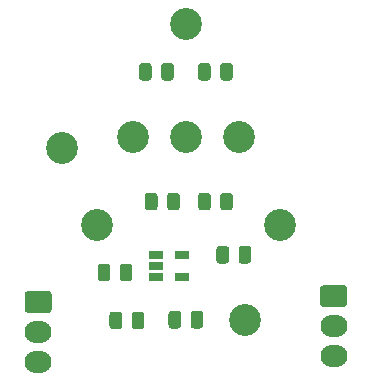
<source format=gbr>
%TF.GenerationSoftware,KiCad,Pcbnew,5.1.6-c6e7f7d~87~ubuntu18.04.1*%
%TF.CreationDate,2021-10-05T16:46:07+13:00*%
%TF.ProjectId,Temp-ctrl pot-ctrl add-on oct4,54656d70-2d63-4747-926c-20706f742d63,rev?*%
%TF.SameCoordinates,Original*%
%TF.FileFunction,Soldermask,Top*%
%TF.FilePolarity,Negative*%
%FSLAX46Y46*%
G04 Gerber Fmt 4.6, Leading zero omitted, Abs format (unit mm)*
G04 Created by KiCad (PCBNEW 5.1.6-c6e7f7d~87~ubuntu18.04.1) date 2021-10-05 16:46:07*
%MOMM*%
%LPD*%
G01*
G04 APERTURE LIST*
%ADD10C,2.700000*%
%ADD11O,2.290000X1.840000*%
%ADD12R,1.160000X0.750000*%
G04 APERTURE END LIST*
D10*
%TO.C,J1*%
X175000000Y-61000000D03*
%TD*%
%TO.C,J2*%
X179500000Y-70500000D03*
%TD*%
%TO.C,J3*%
X175000000Y-70500000D03*
%TD*%
%TO.C,J4*%
X170500000Y-70500000D03*
%TD*%
%TO.C,J5*%
X183000000Y-78000000D03*
%TD*%
D11*
%TO.C,J6*%
X187500000Y-89080000D03*
X187500000Y-86540000D03*
G36*
G01*
X186619367Y-83080000D02*
X188380633Y-83080000D01*
G75*
G02*
X188645000Y-83344367I0J-264367D01*
G01*
X188645000Y-84655633D01*
G75*
G02*
X188380633Y-84920000I-264367J0D01*
G01*
X186619367Y-84920000D01*
G75*
G02*
X186355000Y-84655633I0J264367D01*
G01*
X186355000Y-83344367D01*
G75*
G02*
X186619367Y-83080000I264367J0D01*
G01*
G37*
%TD*%
D10*
%TO.C,J7*%
X180000000Y-86000000D03*
%TD*%
%TO.C,J8*%
G36*
G01*
X161619367Y-83580000D02*
X163380633Y-83580000D01*
G75*
G02*
X163645000Y-83844367I0J-264367D01*
G01*
X163645000Y-85155633D01*
G75*
G02*
X163380633Y-85420000I-264367J0D01*
G01*
X161619367Y-85420000D01*
G75*
G02*
X161355000Y-85155633I0J264367D01*
G01*
X161355000Y-83844367D01*
G75*
G02*
X161619367Y-83580000I264367J0D01*
G01*
G37*
D11*
X162500000Y-87040000D03*
X162500000Y-89580000D03*
%TD*%
D10*
%TO.C,J9*%
X164500000Y-71500000D03*
%TD*%
%TO.C,J10*%
X167500000Y-78000000D03*
%TD*%
%TO.C,R1*%
G36*
G01*
X177100000Y-64518750D02*
X177100000Y-65481250D01*
G75*
G02*
X176831250Y-65750000I-268750J0D01*
G01*
X176293750Y-65750000D01*
G75*
G02*
X176025000Y-65481250I0J268750D01*
G01*
X176025000Y-64518750D01*
G75*
G02*
X176293750Y-64250000I268750J0D01*
G01*
X176831250Y-64250000D01*
G75*
G02*
X177100000Y-64518750I0J-268750D01*
G01*
G37*
G36*
G01*
X178975000Y-64518750D02*
X178975000Y-65481250D01*
G75*
G02*
X178706250Y-65750000I-268750J0D01*
G01*
X178168750Y-65750000D01*
G75*
G02*
X177900000Y-65481250I0J268750D01*
G01*
X177900000Y-64518750D01*
G75*
G02*
X178168750Y-64250000I268750J0D01*
G01*
X178706250Y-64250000D01*
G75*
G02*
X178975000Y-64518750I0J-268750D01*
G01*
G37*
%TD*%
%TO.C,R2*%
G36*
G01*
X173975000Y-64518750D02*
X173975000Y-65481250D01*
G75*
G02*
X173706250Y-65750000I-268750J0D01*
G01*
X173168750Y-65750000D01*
G75*
G02*
X172900000Y-65481250I0J268750D01*
G01*
X172900000Y-64518750D01*
G75*
G02*
X173168750Y-64250000I268750J0D01*
G01*
X173706250Y-64250000D01*
G75*
G02*
X173975000Y-64518750I0J-268750D01*
G01*
G37*
G36*
G01*
X172100000Y-64518750D02*
X172100000Y-65481250D01*
G75*
G02*
X171831250Y-65750000I-268750J0D01*
G01*
X171293750Y-65750000D01*
G75*
G02*
X171025000Y-65481250I0J268750D01*
G01*
X171025000Y-64518750D01*
G75*
G02*
X171293750Y-64250000I268750J0D01*
G01*
X171831250Y-64250000D01*
G75*
G02*
X172100000Y-64518750I0J-268750D01*
G01*
G37*
%TD*%
%TO.C,R3*%
G36*
G01*
X173400000Y-76481250D02*
X173400000Y-75518750D01*
G75*
G02*
X173668750Y-75250000I268750J0D01*
G01*
X174206250Y-75250000D01*
G75*
G02*
X174475000Y-75518750I0J-268750D01*
G01*
X174475000Y-76481250D01*
G75*
G02*
X174206250Y-76750000I-268750J0D01*
G01*
X173668750Y-76750000D01*
G75*
G02*
X173400000Y-76481250I0J268750D01*
G01*
G37*
G36*
G01*
X171525000Y-76481250D02*
X171525000Y-75518750D01*
G75*
G02*
X171793750Y-75250000I268750J0D01*
G01*
X172331250Y-75250000D01*
G75*
G02*
X172600000Y-75518750I0J-268750D01*
G01*
X172600000Y-76481250D01*
G75*
G02*
X172331250Y-76750000I-268750J0D01*
G01*
X171793750Y-76750000D01*
G75*
G02*
X171525000Y-76481250I0J268750D01*
G01*
G37*
%TD*%
%TO.C,R4*%
G36*
G01*
X180537500Y-80018750D02*
X180537500Y-80981250D01*
G75*
G02*
X180268750Y-81250000I-268750J0D01*
G01*
X179731250Y-81250000D01*
G75*
G02*
X179462500Y-80981250I0J268750D01*
G01*
X179462500Y-80018750D01*
G75*
G02*
X179731250Y-79750000I268750J0D01*
G01*
X180268750Y-79750000D01*
G75*
G02*
X180537500Y-80018750I0J-268750D01*
G01*
G37*
G36*
G01*
X178662500Y-80018750D02*
X178662500Y-80981250D01*
G75*
G02*
X178393750Y-81250000I-268750J0D01*
G01*
X177856250Y-81250000D01*
G75*
G02*
X177587500Y-80981250I0J268750D01*
G01*
X177587500Y-80018750D01*
G75*
G02*
X177856250Y-79750000I268750J0D01*
G01*
X178393750Y-79750000D01*
G75*
G02*
X178662500Y-80018750I0J-268750D01*
G01*
G37*
%TD*%
%TO.C,R5*%
G36*
G01*
X176025000Y-76481250D02*
X176025000Y-75518750D01*
G75*
G02*
X176293750Y-75250000I268750J0D01*
G01*
X176831250Y-75250000D01*
G75*
G02*
X177100000Y-75518750I0J-268750D01*
G01*
X177100000Y-76481250D01*
G75*
G02*
X176831250Y-76750000I-268750J0D01*
G01*
X176293750Y-76750000D01*
G75*
G02*
X176025000Y-76481250I0J268750D01*
G01*
G37*
G36*
G01*
X177900000Y-76481250D02*
X177900000Y-75518750D01*
G75*
G02*
X178168750Y-75250000I268750J0D01*
G01*
X178706250Y-75250000D01*
G75*
G02*
X178975000Y-75518750I0J-268750D01*
G01*
X178975000Y-76481250D01*
G75*
G02*
X178706250Y-76750000I-268750J0D01*
G01*
X178168750Y-76750000D01*
G75*
G02*
X177900000Y-76481250I0J268750D01*
G01*
G37*
%TD*%
%TO.C,R6*%
G36*
G01*
X169600000Y-85581250D02*
X169600000Y-86543750D01*
G75*
G02*
X169331250Y-86812500I-268750J0D01*
G01*
X168793750Y-86812500D01*
G75*
G02*
X168525000Y-86543750I0J268750D01*
G01*
X168525000Y-85581250D01*
G75*
G02*
X168793750Y-85312500I268750J0D01*
G01*
X169331250Y-85312500D01*
G75*
G02*
X169600000Y-85581250I0J-268750D01*
G01*
G37*
G36*
G01*
X171475000Y-85581250D02*
X171475000Y-86543750D01*
G75*
G02*
X171206250Y-86812500I-268750J0D01*
G01*
X170668750Y-86812500D01*
G75*
G02*
X170400000Y-86543750I0J268750D01*
G01*
X170400000Y-85581250D01*
G75*
G02*
X170668750Y-85312500I268750J0D01*
G01*
X171206250Y-85312500D01*
G75*
G02*
X171475000Y-85581250I0J-268750D01*
G01*
G37*
%TD*%
%TO.C,R7*%
G36*
G01*
X169400000Y-82481250D02*
X169400000Y-81518750D01*
G75*
G02*
X169668750Y-81250000I268750J0D01*
G01*
X170206250Y-81250000D01*
G75*
G02*
X170475000Y-81518750I0J-268750D01*
G01*
X170475000Y-82481250D01*
G75*
G02*
X170206250Y-82750000I-268750J0D01*
G01*
X169668750Y-82750000D01*
G75*
G02*
X169400000Y-82481250I0J268750D01*
G01*
G37*
G36*
G01*
X167525000Y-82481250D02*
X167525000Y-81518750D01*
G75*
G02*
X167793750Y-81250000I268750J0D01*
G01*
X168331250Y-81250000D01*
G75*
G02*
X168600000Y-81518750I0J-268750D01*
G01*
X168600000Y-82481250D01*
G75*
G02*
X168331250Y-82750000I-268750J0D01*
G01*
X167793750Y-82750000D01*
G75*
G02*
X167525000Y-82481250I0J268750D01*
G01*
G37*
%TD*%
%TO.C,R8*%
G36*
G01*
X176475000Y-85518750D02*
X176475000Y-86481250D01*
G75*
G02*
X176206250Y-86750000I-268750J0D01*
G01*
X175668750Y-86750000D01*
G75*
G02*
X175400000Y-86481250I0J268750D01*
G01*
X175400000Y-85518750D01*
G75*
G02*
X175668750Y-85250000I268750J0D01*
G01*
X176206250Y-85250000D01*
G75*
G02*
X176475000Y-85518750I0J-268750D01*
G01*
G37*
G36*
G01*
X174600000Y-85518750D02*
X174600000Y-86481250D01*
G75*
G02*
X174331250Y-86750000I-268750J0D01*
G01*
X173793750Y-86750000D01*
G75*
G02*
X173525000Y-86481250I0J268750D01*
G01*
X173525000Y-85518750D01*
G75*
G02*
X173793750Y-85250000I268750J0D01*
G01*
X174331250Y-85250000D01*
G75*
G02*
X174600000Y-85518750I0J-268750D01*
G01*
G37*
%TD*%
D12*
%TO.C,U1*%
X172500000Y-80500000D03*
X172500000Y-81450000D03*
X172500000Y-82400000D03*
X174700000Y-82400000D03*
X174700000Y-80500000D03*
%TD*%
M02*

</source>
